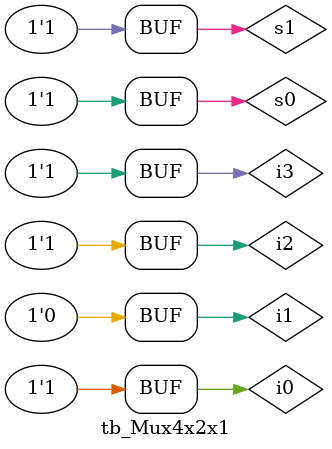
<source format=v>

module tb_Mux4x2x1();
  reg i0;
  reg i1;
  reg i2;
  reg i3;
  reg s0;
  reg s1;
  wire y;

Mux4_x2 M1(

  .i0(i0),
  .i1(i1),
  .i2(i2),
  .i3(i3),
  .s0(s0),
  .s1(s1),
  .y(y)
);

initial begin
  $monitor("i0=%d i1=%d i2=%d i3=%d s0=%d s1=%d y=%0d",i0,i1,i2,i3,s0,s1,y);
end
initial begin 
  $display("WOkkaliii ");
  #1; i0=0; i1=1; i2=0; i3=1; s0=0; s1=0;
  #1; i0=1; i1=0; i2=0; i3=0; s0=0; s1=1;
  #1; i0=1; i1=0; i2=1; i3=0; s0=1; s1=0;
  #1; i0=0; i1=1; i2=0; i3=1; s0=1; s1=1;
  #1; i0=1; i1=1; i2=1; i3=0; s0=0; s1=0;
  #1; i0=0; i1=0; i2=1; i3=1; s0=0; s1=1;
  #1; i0=0; i1=1; i2=0; i3=0; s0=1; s1=0;
  #1; i0=1; i1=0; i2=1; i3=1; s0=1; s1=1;
end

endmodule
</source>
